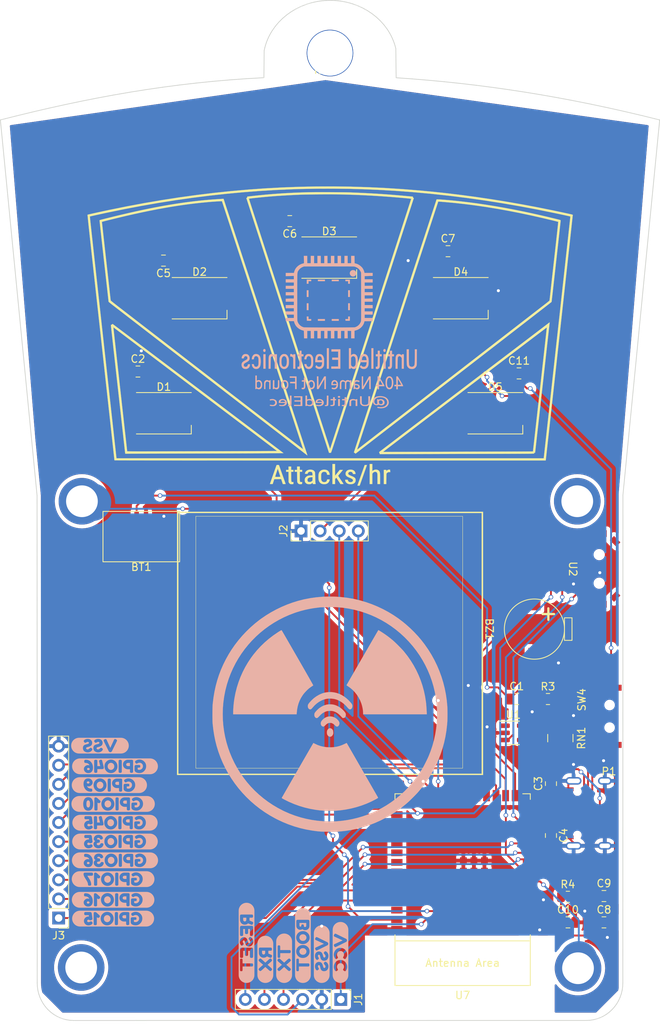
<source format=kicad_pcb>
(kicad_pcb (version 20220331) (generator pcbnew)
  (layers (0 "F.Cu" signal) (31 "B.Cu" signal) (34 "B.Paste" user) (35 "F.Paste" user) (36 "B.SilkS" user "B.Silkscreen") (37 "F.SilkS" user "F.Silkscreen") (38 "B.Mask" user) (39 "F.Mask" user) (44 "Edge.Cuts" user))
  (net 0 "")
  (net 1 "VDDA")
  (net 2 "VSS")
  (net 3 "Buzzer")
  (net 4 "VCC")
  (net 5 "/D+")
  (net 6 "/D-")
  (net 7 "Reset")
  (net 8 "/SK6812")
  (net 9 "Net-(D1-DOUT)")
  (net 10 "Net-(D2-DOUT)")
  (net 11 "Net-(D3-DOUT)")
  (net 12 "Net-(D4-DOUT)")
  (net 13 "Up")
  (net 14 "TX")
  (net 15 "RX")
  (net 16 "1")
  (net 17 "2")
  (net 18 "3")
  (net 19 "6")
  (net 20 "7")
  (net 21 "8")
  (net 26 "Net-(J10-Pin_1)")
  (net 27 "/SCL")
  (net 28 "/SDA")
  (net 29 "Net-(J13-Pin_1)")
  (net 30 "VBUS")
  (net 31 "Net-(P1-CC)")
  (net 33 "Net-(P1-VCONN)")
  (net 35 "Net-(U1-PROG)")
  (net 42 "Down")
  (net 44 "Center")
  (net 49 "9")
  (net 50 "10")
  (net 56 "4")
  (net 57 "5")
  (footprint "Resistor_SMD:R_0805_2012Metric" (layer "F.Cu") (at 162.6 119.3)
    (fp_text reference "R3")
    (fp_text value "2.5k")
  )
  (footprint "DeauthBottom:AFC12-S02DCC-00" (layer "F.Cu") (at 108.5 95.75)
    (fp_text reference "BT1")
    (fp_text value "Battery_Cell")
  )
  (footprint "Capacitor_SMD:C_0805_2012Metric" (layer "F.Cu") (at 165.2625 149)
    (fp_text reference "C10")
    (fp_text value "100nF")
  )
  (footprint "cafebabe:SMD Spacer M2.5" (layer "F.Cu") (at 166.6 93)
    (fp_text reference "J7" hide)
    (fp_text value "Conn_01x01")
  )
  (footprint "LOGO" (layer "F.Cu") (at 138.01 92.13)
    (fp_text reference "G***" hide)
    (fp_text value "LOGO" hide)
  )
  (footprint "Resistor_SMD:R_Array_Convex_4x0603" (layer "F.Cu") (at 164.25 124.5 -90)
    (fp_text reference "RN1")
    (fp_text value "5.1k")
  )
  (footprint "cafebabe:SMD Spacer M2.5" (layer "F.Cu") (at 100.7 93)
    (fp_text reference "J5" hide)
    (fp_text value "Conn_01x01")
  )
  (footprint "LED_SMD:LED_SK6812_PLCC4_5.0x5.0mm_P3.2mm" (layer "F.Cu") (at 116.25 66)
    (fp_text reference "D2")
    (fp_text value "SK6812")
  )
  (footprint "DeauthBottom:TM-2023" (layer "F.Cu") (at 168.42 102 -90)
    (fp_text reference "U2")
    (fp_text value "TM-2023")
  )
  (footprint "Capacitor_SMD:C_0805_2012Metric" (layer "F.Cu") (at 128.25 55.75 180)
    (fp_text reference "C6")
    (fp_text value "100nF")
  )
  (footprint "LED_SMD:LED_SK6812_PLCC4_5.0x5.0mm_P3.2mm" (layer "F.Cu") (at 111.5 81.3)
    (fp_text reference "D1")
    (fp_text value "SK6812")
  )
  (footprint "cafebabe:SMD Spacer M2.5" (layer "F.Cu") (at 166.7 155.1)
    (fp_text reference "J6" hide)
    (fp_text value "Conn_01x01")
  )
  (footprint "Connector_PinHeader_2.54mm:PinHeader_1x10_P2.54mm_Vertical" (layer "F.Cu") (at 97.5 148.425 180)
    (fp_text reference "J3")
    (fp_text value "Conn_01x10")
  )
  (footprint "Capacitor_SMD:C_0805_2012Metric" (layer "F.Cu") (at 149.3 59.75)
    (fp_text reference "C7")
    (fp_text value "100nF")
  )
  (footprint "LED_SMD:LED_SK6812_PLCC4_5.0x5.0mm_P3.2mm" (layer "F.Cu") (at 155.6 81.3)
    (fp_text reference "D5")
    (fp_text value "SK6812")
  )
  (footprint "LOGO" (layer "F.Cu") (at 138.01 92.13)
    (fp_text reference "G***" hide)
    (fp_text value "LOGO" hide)
  )
  (footprint "LOGO" (layer "F.Cu") (at 138.01 92.13)
    (fp_text reference "G***" hide)
    (fp_text value "LOGO" hide)
  )
  (footprint "Package_TO_SOT_SMD:SOT-23-5" (layer "F.Cu") (at 158 123.8)
    (fp_text reference "U1")
    (fp_text value "HX4055M")
  )
  (footprint "LOGO" (layer "F.Cu") (at 138.01 92.13)
    (fp_text reference "G***" hide)
    (fp_text value "LOGO" hide)
  )
  (footprint "Capacitor_SMD:C_0805_2012Metric" (layer "F.Cu") (at 163 137.45 -90)
    (fp_text reference "C4")
    (fp_text value "20pF")
  )
  (footprint "BadgePirates:USB_C_Receptical-Jing" (layer "F.Cu") (at 166.0125 134.5 90)
    (fp_text reference "P1")
    (fp_text value "USB_C_Plug_corrected")
  )
  (footprint "Capacitor_SMD:C_0805_2012Metric" (layer "F.Cu") (at 170.05 149)
    (fp_text reference "C8")
    (fp_text value "22uF")
  )
  (footprint "BreadBoardPwr:SK-3296S_switch" (layer "F.Cu") (at 170.8 121.6 -90)
    (fp_text reference "SW4")
    (fp_text value "SW_SPDT")
  )
  (footprint "LOGO" (layer "F.Cu") (at 138.01 92.13)
    (fp_text reference "G***" hide)
    (fp_text value "LOGO" hide)
  )
  (footprint "Capacitor_SMD:C_0805_2012Metric" (layer "F.Cu") (at 158.45 119.3)
    (fp_text reference "C1")
    (fp_text value "10uF")
  )
  (footprint "Capacitor_SMD:C_0805_2012Metric" (layer "F.Cu") (at 170.05 145.5)
    (fp_text reference "C9")
    (fp_text value "100nF")
  )
  (footprint "Dragos:Oled" (layer "F.Cu") (at 133.5 97)
    (fp_text reference "J2")
    (fp_text value "Oled Display")
  )
  (footprint "Capacitor_SMD:C_0805_2012Metric" (layer "F.Cu") (at 111.45 61 180)
    (fp_text reference "C5")
    (fp_text value "100nF")
  )
  (footprint "LOGO" (layer "F.Cu") (at 138.01 92.13)
    (fp_text reference "G***" hide)
    (fp_text value "LOGO" hide)
  )
  (footprint "LED_SMD:LED_SK6812_PLCC4_5.0x5.0mm_P3.2mm" (layer "F.Cu") (at 133.5 60.6)
    (fp_text reference "D3")
    (fp_text value "SK6812")
  )
  (footprint "Espressif:ESP32-S2-SOLO" (layer "F.Cu") (at 151.25 141.65 180)
    (fp_text reference "U7")
    (fp_text value "ESP32-S2-SOLO")
  )
  (footprint "LED_SMD:LED_SK6812_PLCC4_5.0x5.0mm_P3.2mm" (layer "F.Cu") (at 151 66)
    (fp_text reference "D4")
    (fp_text value "SK6812")
  )
  (footprint "Bsides22:FUET-9032-Buzzer" (layer "F.Cu") (at 160.8 106 -90)
    (fp_text reference "BZ1")
    (fp_text value "Buzzer")
  )
  (footprint "Capacitor_SMD:C_0805_2012Metric" (layer "F.Cu") (at 158.75 76)
    (fp_text reference "C11")
    (fp_text value "100nF")
  )
  (footprint "LOGO" (layer "F.Cu") (at 138.01 92.13)
    (fp_text reference "G***" hide)
    (fp_text value "LOGO" hide)
  )
  (footprint "cafebabe:SMD Spacer M2.5" (layer "F.Cu") (at 100.6 155)
    (fp_text reference "J8" hide)
    (fp_text value "Conn_01x01")
  )
  (footprint "Resistor_SMD:R_0805_2012Metric" (layer "F.Cu") (at 165.25 145.6)
    (fp_text reference "R4")
    (fp_text value "1k")
  )
  (footprint "Connector_PinHeader_2.54mm:PinHeader_1x06_P2.54mm_Vertical" (layer "F.Cu") (at 135.04 159.25 -90)
    (fp_text reference "J1")
    (fp_text value "Program")
  )
  (footprint "Capacitor_SMD:C_0805_2012Metric" (layer "F.Cu") (at 163 130.55 90)
    (fp_text reference "C3")
    (fp_text value "20pF")
  )
  (footprint "Connector_Pin:Pin_D1.0mm_L10.0mm_LooseFit" (layer "F.Cu") (at 133.6 33.4)
    (fp_text reference "REF**")
    (fp_text value "Pin_D1.0mm_L10.0mm_LooseFit")
  )
  (footprint "Capacitor_SMD:C_0805_2012Metric" (layer "F.Cu") (at 108.05 75.75)
    (fp_text reference "C2")
    (fp_text value "100nF")
  )
  (footprint "kibuzzard-629D3AD2" (layer "B.Cu") (at 104.75 143.25 180)
    (fp_text reference "kibuzzard-629D3AD2" hide)
    (fp_text value "G***" hide)
  )
  (footprint "cafebabe:UELogoAbove" (layer "B.Cu") (at 133.729925 69.430024 180)
    (fp_text reference "Ref**" hide)
    (fp_text value "Val**" hide)
  )
  (footprint "kibuzzard-629D3AEB" (layer "B.Cu") (at 105 138.25 180)
    (fp_text reference "kibuzzard-629D3AEB" hide)
    (fp_text value "G***" hide)
  )
  (footprint "Bsides22:CapSense" (layer "B.Cu") (at 102 97.125 180)
    (fp_text reference "J10" hide)
    (fp_text value "Cap Sense")
  )
  (footprint "kibuzzard-629CC9AE" (layer "B.Cu") (at 127.5 153.770334 -90)
    (fp_text reference "kibuzzard-629CC9AE" hide)
    (fp_text value "G***" hide)
  )
  (footprint "kibuzzard-629D3B1D" (layer "B.Cu") (at 104.25 130.75 180)
    (fp_text reference "kibuzzard-629D3B1D" hide)
    (fp_text value "G***" hide)
  )
  (footprint "Bsides22:CapSense" (layer "B.Cu") (at 166.7 158 180)
    (fp_text reference "J13" hide)
    (fp_text value "Cap Sense")
  )
  (footprint "kibuzzard-629D3AC7" (layer "B.Cu") (at 104.75 146 180)
    (fp_text reference "kibuzzard-629D3AC7" hide)
    (fp_text value "G***" hide)
  )
  (footprint "kibuzzard-629D3B0B" (layer "B.Cu") (at 104.75 133.25 180)
    (fp_text reference "kibuzzard-629D3B0B" hide)
    (fp_text value "G***" hide)
  )
  (footprint "kibuzzard-629CC9B7" (layer "B.Cu") (at 125 153.919162 -90)
    (fp_text reference "kibuzzard-629CC9B7" hide)
    (fp_text value "G***" hide)
  )
  (footprint "kibuzzard-629D3ABB" (layer "B.Cu") (at 104.75 148.5 180)
    (fp_text reference "kibuzzard-629D3ABB" hide)
    (fp_text value "G***" hide)
  )
  (footprint "kibuzzard-629D3AE1" (layer "B.Cu") (at 105 140.75 180)
    (fp_text reference "kibuzzard-629D3AE1" hide)
    (fp_text value "G***" hide)
  )
  (footprint "kibuzzard-629CC9A4" (layer "B.Cu") (at 130 152.077265 -90)
    (fp_text reference "kibuzzard-629CC9A4" hide)
    (fp_text value "G***" hide)
  )
  (footprint "kibuzzard-629D3B73" (layer "B.Cu") (at 103 125.5 180)
    (fp_text reference "kibuzzard-629D3B73" hide)
    (fp_text value "G***" hide)
  )
  (footprint "Deauth:wifiRadiation" (layer "B.Cu") (at 133 120 180)
    (fp_text reference "Ref**" hide)
    (fp_text value "Val**" hide)
  )
  (footprint "kibuzzard-629CC972" (layer "B.Cu") (at 132.5 153.222647 -90)
    (fp_text reference "kibuzzard-629CC972" hide)
    (fp_text value "G***" hide)
  )
  (footprint "kibuzzard-629CFC39" (layer "B.Cu") (at 105 128.25 180)
    (fp_text reference "kibuzzard-629CFC39" hide)
    (fp_text value "G***" hide)
  )
  (footprint "kibuzzard-629CC968" (layer "B.Cu") (at 135 153 -90)
    (fp_text reference "kibuzzard-629CC968" hide)
    (fp_text value "G***" hide)
  )
  (footprint "kibuzzard-629CC9C0" (layer "B.Cu") (at 122.5 151.726031 -90)
    (fp_text reference "kibuzzard-629CC9C0" hide)
    (fp_text value "G***" hide)
  )
  (footprint "kibuzzard-629D3AFA" (layer "B.Cu") (at 105 135.75 180)
    (fp_text reference "kibuzzard-629D3AFA" hide)
    (fp_text value "G***" hide)
  )
  (gr_line (start 171.152 160.579) (end 171.474 160.213) (stroke (width 0.1)) (layer "Edge.Cuts"))
  (gr_line (start 96.1962 40.733) (end 94.0496 41.2309) (stroke (width 0.1)) (layer "Edge.Cuts"))
  (gr_line (start 141.7446 31.1234) (end 141.5763 30.808) (stroke (width 0.1)) (layer "Edge.Cuts"))
  (gr_line (start 172.2 158.959) (end 172.358 158.501) (stroke (width 0.1)) (layer "Edge.Cuts"))
  (gr_line (start 148.8153 37.2135) (end 146.6771 37.0124) (stroke (width 0.1)) (layer "Edge.Cuts"))
  (gr_line (start 142.3604 32.8135) (end 142.2686 32.4613) (stroke (width 0.1)) (layer "Edge.Cuts"))
  (gr_line (start 150.9562 37.4397) (end 148.8153 37.2135) (stroke (width 0.1)) (layer "Edge.Cuts"))
  (gr_line (start 142.1608 32.116) (end 142.0372 31.7776) (stroke (width 0.1)) (layer "Edge.Cuts"))
  (gr_line (start 133.887 26.3967) (end 133.4889 26.3945) (stroke (width 0.1)) (layer "Edge.Cuts"))
  (gr_line (start 98.0823 161.832) (end 98.5431 161.951) (stroke (width 0.1)) (layer "Edge.Cuts"))
  (gr_line (start 140.767 29.6324) (end 140.2863 29.1001) (stroke (width 0.1)) (layer "Edge.Cuts"))
  (gr_line (start 109.1473 38.261) (end 106.9709 38.6073) (stroke (width 0.1)) (layer "Edge.Cuts"))
  (gr_line (start 138.5804 27.7553) (end 137.935 27.3988) (stroke (width 0.1)) (layer "Edge.Cuts"))
  (gr_line (start 170.623 40.6857) (end 168.382 40.211) (stroke (width 0.1)) (layer "Edge.Cuts"))
  (gr_line (start 132.3082 26.4824) (end 131.9242 26.5423) (stroke (width 0.1)) (layer "Edge.Cuts"))
  (gr_line (start 125.2595 31.6862) (end 125.1323 32.0211) (stroke (width 0.1)) (layer "Edge.Cuts"))
  (gr_line (start 141.5763 30.808) (end 141.394 30.5009) (stroke (width 0.1)) (layer "Edge.Cuts"))
  (gr_line (start 169.577 161.662) (end 170.006 161.453) (stroke (width 0.1)) (layer "Edge.Cuts"))
  (gr_line (start 141.8984 31.4466) (end 141.7446 31.1234) (stroke (width 0.1)) (layer "Edge.Cuts"))
  (gr_line (start 125.9161 30.4225) (end 125.7307 30.7265) (stroke (width 0.1)) (layer "Edge.Cuts"))
  (gr_line (start 126.789 29.2945) (end 126.3271 29.8403) (stroke (width 0.1)) (layer "Edge.Cuts"))
  (gr_line (start 130.4458 26.9262) (end 129.7472 27.2005) (stroke (width 0.1)) (layer "Edge.Cuts"))
  (gr_line (start 94.63 92.236) (end 94.6501 157.057) (stroke (width 0.1)) (layer "Edge.Cuts"))
  (gr_line (start 135.4389 26.5609) (end 135.0578 26.4972) (stroke (width 0.1)) (layer "Edge.Cuts"))
  (gr_line (start 172.473 158.028) (end 172.541 157.544) (stroke (width 0.1)) (layer "Edge.Cuts"))
  (gr_line (start 113.5364 37.654) (end 111.3352 37.9429) (stroke (width 0.1)) (layer "Edge.Cuts"))
  (gr_line (start 124.8454 33.0658) (end 124.8093 36.6752) (stroke (width 0.1)) (layer "Edge.Cuts"))
  (gr_line (start 122.513 36.8059) (end 120.2394 36.97) (stroke (width 0.1)) (layer "Edge.Cuts"))
  (gr_line (start 89.7493 42.293) (end 94.63 92.236) (stroke (width 0.1)) (layer "Edge.Cuts"))
  (gr_line (start 126.3271 29.8403) (end 125.9161 30.4225) (stroke (width 0.1)) (layer "Edge.Cuts"))
  (gr_line (start 159.5813 38.6045) (end 157.4125 38.2731) (stroke (width 0.1)) (layer "Edge.Cuts"))
  (gr_line (start 177.465 42.2933) (end 175.162 41.7261) (stroke (width 0.1)) (layer "Edge.Cuts"))
  (gr_line (start 136.5487 26.8383) (end 136.1849 26.7317) (stroke (width 0.1)) (layer "Edge.Cuts"))
  (gr_line (start 175.162 41.7261) (end 172.882 41.1906) (stroke (width 0.1)) (layer "Edge.Cuts"))
  (gr_line (start 95.4564 159.824) (end 95.7393 160.218) (stroke (width 0.1)) (layer "Edge.Cuts"))
  (gr_line (start 100.4922 39.8073) (end 98.3432 40.2581) (stroke (width 0.1)) (layer "Edge.Cuts"))
  (gr_line (start 133.4889 26.3945) (end 133.091 26.4082) (stroke (width 0.1)) (layer "Edge.Cuts"))
  (gr_line (start 95.7393 160.218) (end 96.0613 160.584) (stroke (width 0.1)) (layer "Edge.Cuts"))
  (gr_line (start 168.198 162.018) (end 168.67 161.945) (stroke (width 0.1)) (layer "Edge.Cuts"))
  (gr_line (start 117.9867 37.1666) (end 115.7529 37.3949) (stroke (width 0.1)) (layer "Edge.Cuts"))
  (gr_line (start 142.0372 31.7776) (end 141.8984 31.4466) (stroke (width 0.1)) (layer "Edge.Cuts"))
  (gr_line (start 131.1726 26.7059) (end 130.806 26.8092) (stroke (width 0.1)) (layer "Edge.Cuts"))
  (gr_line (start 146.6771 37.0124) (end 144.54 36.8358) (stroke (width 0.1)) (layer "Edge.Cuts"))
  (gr_line (start 125.0205 32.3627) (end 124.9248 32.7111) (stroke (width 0.1)) (layer "Edge.Cuts"))
  (gr_line (start 177.465 42.2935) (end 177.465 42.2935) (stroke (width 0.1)) (layer "Edge.Cuts"))
  (gr_line (start 99.4953 162.047) (end 167.716 162.042) (stroke (width 0.1)) (layer "Edge.Cuts"))
  (gr_line (start 102.6453 39.3813) (end 100.4922 39.8073) (stroke (width 0.1)) (layer "Edge.Cuts"))
  (gr_line (start 132.6973 26.4376) (end 132.3082 26.4824) (stroke (width 0.1)) (layer "Edge.Cuts"))
  (gr_line (start 91.9012 41.7512) (end 89.7493 42.293) (stroke (width 0.1)) (layer "Edge.Cuts"))
  (gr_line (start 137.2566 27.0924) (end 136.5487 26.8383) (stroke (width 0.1)) (layer "Edge.Cuts"))
  (gr_line (start 155.2532 37.9689) (end 153.1018 37.6913) (stroke (width 0.1)) (layer "Edge.Cuts"))
  (gr_line (start 163.953 39.3504) (end 161.761 38.9634) (stroke (width 0.1)) (layer "Edge.Cuts"))
  (gr_line (start 94.0496 41.2309) (end 91.9012 41.7512) (stroke (width 0.1)) (layer "Edge.Cuts"))
  (gr_line (start 166.16 39.7662) (end 163.953 39.3504) (stroke (width 0.1)) (layer "Edge.Cuts"))
  (gr_line (start 172.563 157.052) (end 172.575 92.176) (stroke (width 0.1)) (layer "Edge.Cuts"))
  (gr_line (start 168.67 161.945) (end 169.131 161.826) (stroke (width 0.1)) (layer "Edge.Cuts"))
  (gr_line (start 124.9248 32.7111) (end 124.8454 33.0658) (stroke (width 0.1)) (layer "Edge.Cuts"))
  (gr_line (start 172.882 41.1906) (end 170.623 40.6857) (stroke (width 0.1)) (layer "Edge.Cuts"))
  (gr_line (start 161.761 38.9634) (end 159.5813 38.6045) (stroke (width 0.1)) (layer "Edge.Cuts"))
  (gr_line (start 94.6501 157.057) (end 94.672 157.55) (stroke (width 0.1)) (layer "Edge.Cuts"))
  (gr_line (start 136.1849 26.7317) (end 135.8147 26.6392) (stroke (width 0.1)) (layer "Edge.Cuts"))
  (gr_line (start 125.7307 30.7265) (end 125.5592 31.0387) (stroke (width 0.1)) (layer "Edge.Cuts"))
  (gr_line (start 96.0613 160.584) (end 96.417 160.916) (stroke (width 0.1)) (layer "Edge.Cuts"))
  (gr_line (start 134.2814 26.4148) (end 133.887 26.3967) (stroke (width 0.1)) (layer "Edge.Cuts"))
  (gr_line (start 95.0125 158.965) (end 95.2136 159.405) (stroke (width 0.1)) (layer "Edge.Cuts"))
  (gr_line (start 170.796 160.911) (end 171.152 160.579) (stroke (width 0.1)) (layer "Edge.Cuts"))
  (gr_line (start 131.9242 26.5423) (end 131.5455 26.6169) (stroke (width 0.1)) (layer "Edge.Cuts"))
  (gr_line (start 172 159.4) (end 172.2 158.959) (stroke (width 0.1)) (layer "Edge.Cuts"))
  (gr_line (start 127.8522 28.3225) (end 127.2985 28.7878) (stroke (width 0.1)) (layer "Edge.Cuts"))
  (gr_line (start 172.358 158.501) (end 172.473 158.028) (stroke (width 0.1)) (layer "Edge.Cuts"))
  (gr_line (start 115.7529 37.3949) (end 113.5364 37.654) (stroke (width 0.1)) (layer "Edge.Cuts"))
  (gr_line (start 144.54 36.8358) (end 142.4026 36.6833) (stroke (width 0.1)) (layer "Edge.Cuts"))
  (gr_line (start 170.413 161.203) (end 170.796 160.911) (stroke (width 0.1)) (layer "Edge.Cuts"))
  (gr_line (start 177.465 42.2935) (end 177.465 42.2933) (stroke (width 0.1)) (layer "Edge.Cuts"))
  (gr_line (start 167.716 162.042) (end 168.198 162.018) (stroke (width 0.1)) (layer "Edge.Cuts"))
  (gr_line (start 135.8147 26.6392) (end 135.4389 26.5609) (stroke (width 0.1)) (layer "Edge.Cuts"))
  (gr_line (start 111.3352 37.9429) (end 109.1473 38.261) (stroke (width 0.1)) (layer "Edge.Cuts"))
  (gr_line (start 125.5592 31.0387) (end 125.402 31.3586) (stroke (width 0.1)) (layer "Edge.Cuts"))
  (gr_line (start 141.394 30.5009) (end 141.1981 30.2024) (stroke (width 0.1)) (layer "Edge.Cuts"))
  (gr_line (start 169.131 161.826) (end 169.577 161.662) (stroke (width 0.1)) (layer "Edge.Cuts"))
  (gr_line (start 104.8043 38.981) (end 102.6453 39.3813) (stroke (width 0.1)) (layer "Edge.Cuts"))
  (gr_line (start 140.2863 29.1001) (end 139.7594 28.6083) (stroke (width 0.1)) (layer "Edge.Cuts"))
  (gr_line (start 97.2076 161.459) (end 97.636 161.667) (stroke (width 0.1)) (layer "Edge.Cuts"))
  (gr_line (start 124.8093 36.6752) (end 122.513 36.8059) (stroke (width 0.1)) (layer "Edge.Cuts"))
  (gr_line (start 134.6718 26.4484) (end 134.2814 26.4148) (stroke (width 0.1)) (layer "Edge.Cuts"))
  (gr_line (start 96.8002 161.208) (end 97.2076 161.459) (stroke (width 0.1)) (layer "Edge.Cuts"))
  (gr_line (start 128.4471 27.9011) (end 127.8522 28.3225) (stroke (width 0.1)) (layer "Edge.Cuts"))
  (gr_line (start 129.0798 27.5264) (end 128.4471 27.9011) (stroke (width 0.1)) (layer "Edge.Cuts"))
  (gr_line (start 99.0153 162.023) (end 99.4953 162.047) (stroke (width 0.1)) (layer "Edge.Cuts"))
  (gr_line (start 96.417 160.916) (end 96.8002 161.208) (stroke (width 0.1)) (layer "Edge.Cuts"))
  (gr_line (start 142.2686 32.4613) (end 142.1608 32.116) (stroke (width 0.1)) (layer "Edge.Cuts"))
  (gr_line (start 139.1897 28.1592) (end 138.5804 27.7553) (stroke (width 0.1)) (layer "Edge.Cuts"))
  (gr_line (start 133.091 26.4082) (end 132.6973 26.4376) (stroke (width 0.1)) (layer "Edge.Cuts"))
  (gr_line (start 98.3432 40.2581) (end 96.1962 40.733) (stroke (width 0.1)) (layer "Edge.Cuts"))
  (gr_line (start 120.2394 36.97) (end 117.9867 37.1666) (stroke (width 0.1)) (layer "Edge.Cuts"))
  (gr_line (start 172.575 92.176) (end 177.465 42.2935) (stroke (width 0.1)) (layer "Edge.Cuts"))
  (gr_line (start 130.806 26.8092) (end 130.4458 26.9262) (stroke (width 0.1)) (layer "Edge.Cuts"))
  (gr_line (start 125.1323 32.0211) (end 125.0205 32.3627) (stroke (width 0.1)) (layer "Edge.Cuts"))
  (gr_line (start 141.1981 30.2024) (end 140.767 29.6324) (stroke (width 0.1)) (layer "Edge.Cuts"))
  (gr_line (start 170.006 161.453) (end 170.413 161.203) (stroke (width 0.1)) (layer "Edge.Cuts"))
  (gr_line (start 127.2985 28.7878) (end 126.789 29.2945) (stroke (width 0.1)) (layer "Edge.Cuts"))
  (gr_line (start 171.474 160.213) (end 171.757 159.818) (stroke (width 0.1)) (layer "Edge.Cuts"))
  (gr_line (start 135.0578 26.4972) (end 134.6718 26.4484) (stroke (width 0.1)) (layer "Edge.Cuts"))
  (gr_line (start 94.672 157.55) (end 94.7404 158.034) (stroke (width 0.1)) (layer "Edge.Cuts"))
  (gr_line (start 157.4125 38.2731) (end 155.2532 37.9689) (stroke (width 0.1)) (layer "Edge.Cuts"))
  (gr_line (start 137.935 27.3988) (end 137.2566 27.0924) (stroke (width 0.1)) (layer "Edge.Cuts"))
  (gr_line (start 131.5455 26.6169) (end 131.1726 26.7059) (stroke (width 0.1)) (layer "Edge.Cuts"))
  (gr_line (start 106.9709 38.6073) (end 104.8043 38.981) (stroke (width 0.1)) (layer "Edge.Cuts"))
  (gr_line (start 97.636 161.667) (end 98.0823 161.832) (stroke (width 0.1)) (layer "Edge.Cuts"))
  (gr_line (start 125.402 31.3586) (end 125.2595 31.6862) (stroke (width 0.1)) (layer "Edge.Cuts"))
  (gr_line (start 153.1018 37.6913) (end 150.9562 37.4397) (stroke (width 0.1)) (layer "Edge.Cuts"))
  (gr_line (start 142.4026 36.6833) (end 142.3604 32.8135) (stroke (width 0.1)) (layer "Edge.Cuts"))
  (gr_line (start 94.7404 158.034) (end 94.8543 158.507) (stroke (width 0.1)) (layer "Edge.Cuts"))
  (gr_line (start 129.7472 27.2005) (end 129.0798 27.5264) (stroke (width 0.1)) (layer "Edge.Cuts"))
  (gr_line (start 94.8543 158.507) (end 95.0125 158.965) (stroke (width 0.1)) (layer "Edge.Cuts"))
  (gr_line (start 172.541 157.544) (end 172.563 157.052) (stroke (width 0.1)) (layer "Edge.Cuts"))
  (gr_line (start 171.757 159.818) (end 172 159.4) (stroke (width 0.1)) (layer "Edge.Cuts"))
  (gr_line (start 168.382 40.211) (end 166.16 39.7662) (stroke (width 0.1)) (layer "Edge.Cuts"))
  (gr_line (start 95.2136 159.405) (end 95.4564 159.824) (stroke (width 0.1)) (layer "Edge.Cuts"))
  (gr_line (start 98.5431 161.951) (end 99.0153 162.023) (stroke (width 0.1)) (layer "Edge.Cuts"))
  (gr_line (start 139.7594 28.6083) (end 139.1897 28.1592) (stroke (width 0.1)) (layer "Edge.Cuts"))
  (segment (start 157.246072 124.75) (end 158 123.996072) (width 0.25) (layer "F.Cu") (net 1))
  (segment (start 159.3 117.5) (end 165.75 117.5) (width 0.25) (layer "F.Cu") (net 1))
  (segment (start 107.875 95.075) (end 107.875 93.625) (width 0.25) (layer "F.Cu") (net 1))
  (segment (start 107.875 93.625) (end 109 92.5) (width 0.25) (layer "F.Cu") (net 1))
  (segment (start 165.75 117.5) (end 167.6 119.35) (width 0.25) (layer "F.Cu") (net 1))
  (segment (start 109 92.5) (end 109.25 92.25) (width 0.25) (layer "F.Cu") (net 1))
  (segment (start 167.6 119.35) (end 168.675 119.35) (width 0.25) (layer "F.Cu") (net 1))
  (segment (start 158 119.8) (end 157.5 119.3) (width 0.25) (layer "F.Cu") (net 1))
  (segment (start 154.5 117.75) (end 155.95 117.75) (width 0.25) (layer "F.Cu") (net 1))
  (segment (start 109.25 92.25) (end 111 92.25) (width 0.25) (layer "F.Cu") (net 1))
  (segment (start 158 123.996072) (end 158 119.8) (width 0.25) (layer "F.Cu") (net 1))
  (segment (start 156.8625 124.75) (end 157.246072 124.75) (width 0.25) (layer "F.Cu") (net 1))
  (segment (start 157.5 119.3) (end 159.3 117.5) (width 0.25) (layer "F.Cu") (net 1))
  (segment (start 155.95 117.75) (end 157.5 119.3) (width 0.25) (layer "F.Cu") (net 1))
  (via (at 154.5 117.75) (size 0.6) (drill 0.4) (layers "F.Cu" "B.Cu") (net 1))
  (via (at 111 92.25) (size 0.6) (drill 0.4) (layers "F.Cu" "B.Cu") (net 1))
  (segment (start 154.5 117.75) (end 154.5 107.25) (width 0.25) (layer "B.Cu") (net 1))
  (segment (start 139.5 92.25) (end 111 92.25) (width 0.25) (layer "B.Cu") (net 1))
  (segment (start 154.5 107.25) (end 139.5 92.25) (width 0.25) (layer "B.Cu") (net 1))
  (segment (start 165.3125 131.025) (end 165.3125 130.775) (width 0.25) (layer "F.Cu") (net 2))
  (segment (start 165.3125 130.48) (end 166.0125 129.78) (width 0.25) (layer "F.Cu") (net 2))
  (segment (start 165.3125 130.775) (end 165.3125 130.48) (width 0.25) (layer "F.Cu") (net 2))
  (segment (start 165.3125 137.72) (end 166.0125 138.42) (width 0.25) (layer "F.Cu") (net 2))
  (via (at 161.5 150) (size 0.6) (drill 0.4) (layers "F.Cu" "B.Cu") (net 2))
  (via (at 167.5 147.5) (size 0.6) (drill 0.4) (layers "F.Cu" "B.Cu") (net 2))
  (via (at 156 65) (size 0.6) (drill 0.4) (layers "F.Cu" "B.Cu") (net 2))
  (via (at 108.5 73) (size 0.6) (drill 0.4) (layers "F.Cu" "B.Cu") (net 2))
  (via (at 169.5 102.5) (size 0.6) (drill 0.4) (layers "F.Cu" "B.Cu") (net 2))
  (via (at 170.5 151) (size 0.6) (drill 0.4) (layers "F.Cu" "B.Cu") (net 2))
  (via (at 162 146) (size 0.6) (drill 0.4) (layers "F.Cu" "B.Cu") (net 2))
  (via (at 170 127.5) (size 0.6) (drill 0.4) (layers "F.Cu" "B.Cu") (net 2))
  (via (at 160.5 121) (size 0.6) (drill 0.4) (layers "F.Cu" "B.Cu") (net 2))
  (via (at 111.5 95) (size 0.6) (drill 0.4) (layers "F.Cu" "B.Cu") (net 2))
  (via (at 154.5 123) (size 0.6) (drill 0.4) (layers "F.Cu" "B.Cu") (net 2))
  (via (at 166 121.5) (size 0.6) (drill 0.4) (layers "F.Cu" "B.Cu") (net 2))
  (via (at 144 61) (size 0.6) (drill 0.4) (layers "F.Cu" "B.Cu") (net 2))
  (via (at 152 117.5) (size 0.6) (drill 0.4) (layers "F.Cu" "B.Cu") (net 2))
  (via (at 132.5 149.5) (size 0.6) (drill 0.4) (layers "F.Cu" "B.Cu") (net 2))
  (via (at 166 128) (size 0.6) (drill 0.4) (layers "F.Cu" "B.Cu") (net 2))
  (via (at 166 104) (size 0.6) (drill 0.4) (layers "F.Cu" "B.Cu") (net 2))
  (via (at 164 114.5) (size 0.6) (drill 0.4) (layers "F.Cu" "B.Cu") (net 2))
  (segment (start 148.075 119.425) (end 148 119.5) (width 0.25) (layer "F.Cu") (net 3))
  (segment (start 160.8 106) (end 148.075 118.725) (width 0.25) (layer "F.Cu") (net 3))
  (segment (start 148 132.075) (end 148.075 132.15) (width 0.25) (layer "F.Cu") (net 3))
  (segment (start 148.075 118.725) (end 148.075 119.425) (width 0.25) (layer "F.Cu") (net 3))
  (segment (start 148 130.25) (end 148 132.075) (width 0.25) (layer "F.Cu") (net 3))
  (via (at 148 130.25) (size 0.6) (drill 0.4) (layers "F.Cu" "B.Cu") (net 3))
  (via (at 148 119.5) (size 0.6) (drill 0.4) (layers "F.Cu" "B.Cu") (net 3))
  (segment (start 148 119.5) (end 148 130.25) (width 0.25) (layer "B.Cu") (net 3))
  (segment (start 171.5 143.1) (end 169.1 145.5) (width 0.25) (layer "F.Cu") (net 4))
  (segment (start 169.1 149) (end 169.1 149.15) (width 0.25) (layer "F.Cu") (net 4))
  (segment (start 167.5 150.75) (end 163.75 150.75) (width 0.25) (layer "F.Cu") (net 4))
  (segment (start 107 77.65) (end 109.05 79.7) (width 0.25) (layer "F.Cu") (net 4))
  (segment (start 129.2 55.75) (end 123.95 61) (width 0.25) (layer "F.Cu") (net 4))
  (segment (start 169.1 145.5) (end 169.1 149) (width 0.25) (layer "F.Cu") (net 4))
  (segment (start 169.1 149.15) (end 167.5 150.75) (width 0.25) (layer "F.Cu") (net 4))
  (segment (start 168.675 122.14105) (end 171.175489 124.641539) (width 0.25) (layer "F.Cu") (net 4))
  (segment (start 107.1 75.75) (end 107 75.85) (width 0.25) (layer "F.Cu") (net 4))
  (segment (start 171.5 129.551453) (end 171.5 143.1) (width 0.25) (layer "F.Cu") (net 4))
  (segment (start 156.85 76) (end 153.15 79.7) (width 0.25) (layer "F.Cu") (net 4))
  (segment (start 171.175489 124.641539) (end 171.175489 129.226942) (width 0.25) (layer "F.Cu") (net 4))
  (segment (start 148.55 60.3) (end 146 57.75) (width 0.25) (layer "F.Cu") (net 4))
  (segment (start 157.8 63.8) (end 156.5 62.5) (width 0.25) (layer "F.Cu") (net 4))
  (segment (start 156.5 62.5) (end 150.45 62.5) (width 0.25) (layer "F.Cu") (net 4))
  (segment (start 148.55 64.4) (end 148.55 60.3) (width 0.25) (layer "F.Cu") (net 4))
  (segment (start 107 75.85) (end 107 77.65) (width 0.25) (layer "F.Cu") (net 4))
  (segment (start 113.8 62.4) (end 113.8 64.4) (width 0.25) (layer "F.Cu") (net 4))
  (segment (start 171.175489 129.226942) (end 171.5 129.551453) (width 0.25) (layer "F.Cu") (net 4))
  (segment (start 168.675 120.85) (end 168.675 122.14105) (width 0.25) (layer "F.Cu") (net 4))
  (segment (start 149.54 79.7) (end 153.15 79.7) (width 0.25) (layer "F.Cu") (net 4))
  (segment (start 157.8 76) (end 157.8 63.8) (width 0.25) (layer "F.Cu") (net 4))
  (segment (start 146.36 148.64) (end 145.75 149.25) (width 0.25) (layer "F.Cu") (net 4))
  (segment (start 160 148.64) (end 146.36 148.64) (width 0.25) (layer "F.Cu") (net 4))
  (segment (start 146 57.75) (end 132.3 57.75) (width 0.25) (layer "F.Cu") (net 4))
  (segment (start 169.1 145.5) (end 166.2625 145.5) (width 0.25) (layer "F.Cu") (net 4))
  (segment (start 163.75 150.75) (end 161.64 148.64) (width 0.25) (layer "F.Cu") (net 4))
  (segment (start 159.8 78) (end 157.8 76) (width 0.25) (layer "F.Cu") (net 4))
  (segment (start 150.45 62.5) (end 148.55 64.4) (width 0.25) (layer "F.Cu") (net 4))
  (segment (start 168.88395 120.85) (end 171 118.73395) (width 0.25) (layer "F.Cu") (net 4))
  (segment (start 131.05 57.6) (end 129.2 55.75) (width 0.25) (layer "F.Cu") (net 4))
  (segment (start 113.8 64.4) (end 107.1 71.1) (width 0.25) (layer "F.Cu") (net 4))
  (segment (start 123.95 61) (end 112.4 61) (width 0.25) (layer "F.Cu") (net 4))
  (segment (start 157.8 76) (end 156.85 76) (width 0.25) (layer "F.Cu") (net 4))
  (segment (start 168.675 120.85) (end 168.88395 120.85) (width 0.25) (layer "F.Cu") (net 4))
  (segment (start 107.1 71.1) (end 107.1 75.75) (width 0.25) (layer "F.Cu") (net 4))
  (segment (start 171 118.73395) (end 171 112.5) (width 0.25) (layer "F.Cu") (net 4))
  (segment (start 132.29 96.95) (end 149.54 79.7) (width 0.25) (layer "F.Cu") (net 4))
  (segment (start 112.4 61) (end 113.8 62.4) (width 0.25) (layer "F.Cu") (net 4))
  (segment (start 132.3 57.75) (end 131.05 59) (width 0.25) (layer "F.Cu") (net 4))
  (segment (start 160.25 78) (end 159.8 78) (width 0.25) (layer "F.Cu") (net 4))
  (segment (start 161.64 148.64) (end 160 148.64) (width 0.25) (layer "F.Cu") (net 4))
  (segment (start 166.2625 145.5) (end 166.1625 145.6) (width 0.25) (layer "F.Cu") (net 4))
  (segment (start 131.05 59) (end 131.05 57.6) (width 0.25) (layer "F.Cu") (net 4))
  (via (at 160.25 78) (size 0.6) (drill 0.4) (layers "F.Cu" "B.Cu") (net 4))
  (via (at 171 112.5) (size 0.6) (drill 0.4) (layers "F.Cu" "B.Cu") (net 4))
  (via (at 145.75 149.25) (size 0.6) (drill 0.4) (layers "F.Cu" "B.Cu") (net 4))
  (segment (start 171 112.5) (end 171 88.75) (width 0.25) (layer "B.Cu") (net 4))
  (segment (start 145.75 149.25) (end 139.25 149.25) (width 0.25) (layer "B.Cu") (net 4))
  (segment (start 139.25 149.25) (end 135.04 153.46) (width 0.25) (layer "B.Cu") (net 4))
  (segment (start 135.04 153.46) (end 135.04 159.25) (width 0.25) (layer "B.Cu") (net 4))
  (segment (start 171 88.75) (end 160.25 78) (width 0.25) (layer "B.Cu") (net 4))
  (segment (start 166.312011 133.812011) (end 166.174511 133.674511) (width 0.2) (layer "F.Cu") (net 5))
  (segment (start 164.1412 133.75) (end 164 133.6088) (width 0.2) (layer "F.Cu") (net 5))
  (segment (start 163 131.5) (end 163 133.5) (width 0.7) (layer "F.Cu") (net 5))
  (segment (start 166.312011 133.825489) (end 166.312011 133.812011) (width 0.2) (layer "F.Cu") (net 5))
  (segment (start 163.1088 133.6088) (end 164 133.6088) (width 0.7) (layer "F.Cu") (net 5))
  (segment (start 165.3125 133.75) (end 164.1412 133.75) (width 0.2) (layer "F.Cu") (net 5))
  (segment (start 161.125001 133.4) (end 161.333801 133.6088) (width 0.7) (layer "F.Cu") (net 5))
  (segment (start 166.5 134.013478) (end 166.312011 133.825489) (width 0.2) (layer "F.Cu") (net 5))
  (segment (start 163 133.5) (end 163.1088 133.6088) (width 0.7) (layer "F.Cu") (net 5))
  (segment (start 165.3125 134.75) (end 166.25 134.75) (width 0.2) (layer "F.Cu") (net 5))
  (segment (start 160 133.4) (end 161.125001 133.4) (width 0.7) (layer "F.Cu") (net 5))
  (segment (start 166.5 134.5) (end 166.5 134.013478) (width 0.2) (layer "F.Cu") (net 5))
  (segment (start 161.333801 133.6088) (end 163.1088 133.6088) (width 0.7) (layer "F.Cu") (net 5))
  (segment (start 165.387989 133.674511) (end 165.3125 133.75) (width 0.2) (layer "F.Cu") (net 5))
  (segment (start 166.174511 133.674511) (end 165.387989 133.674511) (width 0.2) (layer "F.Cu") (net 5))
  (segment (start 166.25 134.75) (end 166.5 134.5) (width 0.2) (layer "F.Cu") (net 5))
  (segment (start 160 134.67) (end 161.125001 134.67) (width 0.7) (layer "F.Cu") (net 6))
  (segment (start 165.3125 134.25) (end 164.2112 134.25) (width 0.2) (layer "F.Cu") (net 6))
  (segment (start 164.388478 135.25) (end 164 134.861522) (width 0.2) (layer "F.Cu") (net 6))
  (segment (start 161.125001 134.67) (end 161.333801 134.4612) (width 0.7) (layer "F.Cu") (net 6))
  (segment (start 165.3125 135.25) (end 164.388478 135.25) (width 0.2) (layer "F.Cu") (net 6))
  (segment (start 163 134.5) (end 162.9612 134.4612) (width 0.7) (layer "F.Cu") (net 6))
  (segment (start 163 136.5) (end 163 134.5) (width 0.7) (layer "F.Cu") (net 6))
  (segment (start 161.333801 134.4612) (end 162.9612 134.4612) (width 0.7) (layer "F.Cu") (net 6))
  (segment (start 164.2112 134.25) (end 164 134.4612) (width 0.2) (layer "F.Cu") (net 6))
  (segment (start 164 134.861522) (end 164 134.4612) (width 0.2) (layer "F.Cu") (net 6))
  (segment (start 162.9612 134.4612) (end 164 134.4612) (width 0.7) (layer "F.Cu") (net 6))
  (segment (start 159.87 147.5) (end 160 147.37) (width 0.25) (layer "F.Cu") (net 7))
  (segment (start 164.3375 148.975) (end 164.3125 149) (width 0.25) (layer "F.Cu") (net 7))
  (segment (start 146.5 147.5) (end 159.87 147.5) (width 0.25) (layer "F.Cu") (net 7))
  (segment (start 162.6825 147.37) (end 160 147.37) (width 0.25) (layer "F.Cu") (net 7))
  (segment (start 164.3375 145.6) (end 164.3375 148.975) (width 0.25) (layer "F.Cu") (net 7))
  (segment (start 164.3125 149) (end 162.6825 147.37) (width 0.25) (layer "F.Cu") (net 7))
  (via (at 146.5 147.5) (size 0.6) (drill 0.4) (layers "F.Cu" "B.Cu") (net 7))
  (segment (start 122.34 152.41) (end 122.34 159.25) (width 0.25) (layer "B.Cu") (net 7))
  (segment (start 146.5 147.5) (end 127.25 147.5) (width 0.25) (layer "B.Cu") (net 7))
  (segment (start 127.25 147.5) (end 122.34 152.41) (width 0.25) (layer "B.Cu") (net 7))
  (segment (start 126.5 97) (end 133.5 104) (width 0.25) (layer "F.Cu") (net 8))
  (segment (start 135.5 140) (end 134 138.5) (width 0.25) (layer "F.Cu") (net 8))
  (segment (start 133.5 104) (end 133.5 104.5) (width 0.25) (layer "F.Cu") (net 8))
  (segment (start 126.5 92.25) (end 126.5 97) (width 0.25) (layer "F.Cu") (net 8))
  (segment (start 137.7645 148.64) (end 136 146.8755) (width 0.25) (layer "F.Cu") (net 8))
  (segment (start 134 138.5) (end 134 137.5) (width 0.25) (layer "F.Cu") (net 8))
  (segment (start 142.5 148.64) (end 137.7645 148.64) (width 0.25) (layer "F.Cu") (net 8))
  (segment (start 113.95 79.7) (end 126.5 92.25) (width 0.25) (layer "F.Cu") (net 8))
  (via (at 135.5 140) (size 0.6) (drill 0.4) (layers "F.Cu" "B.Cu") (net 8))
  (via (at 134 137.5) (size 0.6) (drill 0.4) (layers "F.Cu" "B.Cu") (net 8))
  (via (at 136 146.8755) (size 0.6) (drill 0.4) (layers "F.Cu" "B.Cu") (net 8))
  (via (at 133.5 104.5) (size 0.6) (drill 0.4) (layers "F.Cu" "B.Cu") (net 8))
  (segment (start 136 146.8755) (end 136 140.5) (width 0.25) (layer "B.Cu") (net 8))
  (segment (start 136 140.5) (end 135.5 140) (width 0.25) (layer "B.Cu") (net 8))
  (segment (start 133.5 137) (end 134 137.5) (width 0.25) (layer "B.Cu") (net 8))
  (segment (start 133.5 104.5) (end 133.5 137) (width 0.25) (layer "B.Cu") (net 8))
  (segment (start 109.05 82.9) (end 110.124511 81.825489) (width 0.25) (layer "F.Cu") (net 9))
  (segment (start 116.6 66.5) (end 118.7 64.4) (width 0.25) (layer "F.Cu") (net 9))
  (segment (start 110.124511 68.875489) (end 112.5 66.5) (width 0.25) (layer "F.Cu") (net 9))
  (segment (start 110.124511 81.825489) (end 110.124511 68.875489) (width 0.25) (layer "F.Cu") (net 9))
  (segment (start 112.5 66.5) (end 116.6 66.5) (width 0.25) (layer "F.Cu") (net 9))
  (segment (start 124.5 65.5) (end 129.5 60.5) (width 0.25) (layer "F.Cu") (net 10))
  (segment (start 132.5 60.5) (end 134 59) (width 0.25) (layer "F.Cu") (net 10))
  (segment (start 118.900978 65.5) (end 124.5 65.5) (width 0.25) (layer "F.Cu") (net 10))
  (segment (start 134 59) (end 135.95 59) (width 0.25) (layer "F.Cu") (net 10))
  (segment (start 116.800978 67.6) (end 118.900978 65.5) (width 0.25) (layer "F.Cu") (net 10))
  (segment (start 129.5 60.5) (end 132.5 60.5) (width 0.25) (layer "F.Cu") (net 10))
  (segment (start 113.8 67.6) (end 116.800978 67.6) (width 0.25) (layer "F.Cu") (net 10))
  (segment (start 151.85 66) (end 153.45 64.4) (width 0.25) (layer "F.Cu") (net 11))
  (segment (start 134.85 66) (end 151.85 66) (width 0.25) (layer "F.Cu") (net 11))
  (segment (start 131.05 62.2) (end 134.85 66) (width 0.25) (layer "F.Cu") (net 11))
  (segment (start 148.55 70.55) (end 154.5 76.5) (width 0.25) (layer "F.Cu") (net 12))
  (segment (start 148.55 67.6) (end 148.55 70.55) (width 0.25) (layer "F.Cu") (net 12))
  (segment (start 156.5 79) (end 157.35 79) (width 0.25) (layer "F.Cu") (net 12))
  (segment (start 157.35 79) (end 158.05 79.7) (width 0.25) (layer "F.Cu") (net 12))
  (via (at 156.5 79) (size 0.6) (drill 0.4) (layers "F.Cu" "B.Cu") (net 12))
  (via (at 154.5 76.5) (size 0.6) (drill 0.4) (layers "F.Cu" "B.Cu") (net 12))
  (segment (start 154.5 77) (end 156.5 79) (width 0.25) (layer "B.Cu") (net 12))
  (segment (start 154.5 76.5) (end 154.5 77) (width 0.25) (layer "B.Cu") (net 12))
  (segment (start 144.15 133.4) (end 143.85 133.4) (width 0.25) (layer "F.Cu") (net 13))
  (segment (start 145.25 134.5) (end 144.15 133.4) (width 0.25) (layer "F.Cu") (net 13))
  (segment (start 163 103) (end 163 105.75) (width 0.25) (layer "F.Cu") (net 13))
  (segment (start 167 99) (end 163.5 102.5) (width 0.25) (layer "F.Cu") (net 13))
  (segment (start 163.5 102.5) (end 163 103) (width 0.25) (layer "F.Cu") (net 13))
  (segment (start 167.47 99) (end 167 99) (width 0.25) (layer "F.Cu") (net 13))
  (segment (start 142.5 133.4) (end 143.85 133.4) (width 0.25) (layer "F.Cu") (net 13))
  (via (at 145.25 134.5) (size 0.6) (drill 0.4) (layers "F.Cu" "B.Cu") (net 13))
  (via (at 163 105.75) (size 0.6) (drill 0.4) (layers "F.Cu" "B.Cu") (net 13))
  (segment (start 163 105.75) (end 156.25 112.5) (width 0.25) (layer "B.Cu") (net 13))
  (segment (start 156.25 131) (end 152.75 134.5) (width 0.25) (layer "B.Cu") (net 13))
  (segment (start 120.5 160.25) (end 120.5 153.614283) (width 0.25) (layer "B.Cu") (net 13))
  (segment (start 152.75 134.5) (end 145.25 134.5) (width 0.25) (layer "B.Cu") (net 13))
  (segment (start 120.5 153.614283) (end 139.614283 134.5) (width 0.25) (layer "B.Cu") (net 13))
  (segment (start 139.614283 134.5) (end 145.25 134.5) (width 0.25) (layer "B.Cu") (net 13))
  (segment (start 127.96 161.25) (end 121.5 161.25) (width 0.25) (layer "B.Cu") (net 13))
  (segment (start 121.5 161.25) (end 120.5 160.25) (width 0.25) (layer "B.Cu") (net 13))
  (segment (start 156.25 112.5) (end 156.25 131) (width 0.25) (layer "B.Cu") (net 13))
  (segment (start 129.96 159.25) (end 127.96 161.25) (width 0.25) (layer "B.Cu") (net 13))
  (segment (start 132.15 146.1) (end 142.5 146.1) (width 0.25) (layer "F.Cu") (net 14))
  (segment (start 127.42 159.25) (end 127.42 150.83) (width 0.25) (layer "F.Cu") (net 14))
  (segment (start 127.42 150.83) (end 132.15 146.1) (width 0.25) (layer "F.Cu") (net 14))
  (segment (start 132.25 144.75) (end 142.42 144.75) (width 0.25) (layer "F.Cu") (net 15))
  (segment (start 124.88 159.25) (end 124.88 152.12) (width 0.25) (layer "F.Cu") (net 15))
  (segment (start 124.88 152.12) (end 132.25 144.75) (width 0.25) (layer "F.Cu") (net 15))
  (segment (start 142.42 144.75) (end 142.5 144.83) (width 0.25) (layer "F.Cu") (net 15))
  (segment (start 97.5 148.425) (end 125.075 148.425) (width 0.25) (layer "F.Cu") (net 16))
  (segment (start 158.632078 140.617922) (end 159.597922 140.617922) (width 0.25) (layer "F.Cu") (net 16))
  (segment (start 129.25596 144.24404) (end 135.25596 144.24404) (width 0.25) (layer "F.Cu") (net 16))
  (segment (start 129 144.5) (end 129.25596 144.24404) (width 0.25) (layer "F.Cu") (net 16))
  (segment (start 135.25596 144.24404) (end 138.25 141.25) (width 0.25) (layer "F.Cu") (net 16))
  (segment (start 125.075 148.425) (end 129 144.5) (width 0.25) (layer "F.Cu") (net 16))
  (segment (start 159.597922 140.617922) (end 160 141.02) (width 0.25) (layer "F.Cu") (net 16))
  (via (at 158.632078 140.617922) (size 0.6) (drill 0.4) (layers "F.Cu" "B.Cu") (net 16))
  (via (at 138.25 141.25) (size 0.6) (drill 0.4) (layers "F.Cu" "B.Cu") (net 16))
  (segment (start 138.25 141.25) (end 158 141.25) (width 0.25) (layer "B.Cu") (net 16))
  (segment (start 158 141.25) (end 158.632078 140.617922) (width 0.25) (layer "B.Cu") (net 16))
  (segment (start 158.25 139.75) (end 160 139.75) (width 0.25) (layer "F.Cu") (net 17))
  (segment (start 126.5 144.5) (end 127.20548 143.79452) (width 0.25) (layer "F.Cu") (net 17))
  (segment (start 127.20548 143.79452) (end 134.45548 143.79452) (width 0.25) (layer "F.Cu") (net 17))
  (segment (start 97.5 145.885) (end 125.115 145.885) (width 0.25) (layer "F.Cu") (net 17))
  (segment (start 134.45548 143.79452) (end 138.25 140) (width 0.25) (layer "F.Cu") (net 17))
  (segment (start 125.115 145.885) (end 126.5 144.5) (width 0.25) (layer "F.Cu") (net 17))
  (via (at 138.25 140) (size 0.6) (drill 0.4) (layers "F.Cu" "B.Cu") (net 17))
  (via (at 158.25 139.75) (size 0.6) (drill 0.4) (layers "F.Cu" "B.Cu") (net 17))
  (segment (start 138.25 140) (end 158 140) (width 0.25) (layer "B.Cu") (net 17))
  (segment (start 158 140) (end 158.25 139.75) (width 0.25) (layer "B.Cu") (net 17))
  (segment (start 97.5 143.345) (end 133.655 143.345) (width 0.25) (layer "F.Cu") (net 18))
  (segment (start 157.75 138.5) (end 159.98 138.5) (width 0.25) (layer "F.Cu") (net 18))
  (segment (start 133.655 143.345) (end 138 139) (width 0.25) (layer "F.Cu") (net 18))
  (segment (start 159.98 138.5) (end 160 138.48) (width 0.25) (layer "F.Cu") (net 18))
  (via (at 138 139) (size 0.6) (drill 0.4) (layers "F.Cu" "B.Cu") (net 18))
  (via (at 157.75 138.5) (size 0.6) (drill 0.4) (layers "F.Cu" "B.Cu") (net 18))
  (segment (start 157.25 139) (end 157.75 138.5) (width 0.25) (layer "B.Cu") (net 18))
  (segment (start 138 139) (end 157.25 139) (width 0.25) (layer "B.Cu") (net 18))
  (segment (start 156.965 129.965) (end 155 128) (width 0.25) (layer "F.Cu") (net 19))
  (segment (start 156.965 132.15) (end 156.965 129.965) (width 0.25) (layer "F.Cu") (net 19))
  (segment (start 97.605 128) (end 97.5 128.105) (width 0.25) (layer "F.Cu") (net 19))
  (segment (start 155 128) (end 97.605 128) (width 0.25) (layer "F.Cu") (net 19))
  (segment (start 154.425 132.15) (end 154.5 132.075) (width 0.25) (layer "F.Cu") (net 20))
  (segment (start 154.5 131) (end 153 129.5) (width 0.25) (layer "F.Cu") (net 20))
  (segment (start 101.8425 129.5) (end 98.1575 133.185) (width 0.25) (layer "F.Cu") (net 20))
  (segment (start 154.5 132.075) (end 154.5 131) (width 0.25) (layer "F.Cu") (net 20))
  (segment (start 153 129.5) (end 101.8425 129.5) (width 0.25) (layer "F.Cu") (net 20))
  (segment (start 98.1575 133.185) (end 97.5 133.185) (width 0.25) (layer "F.Cu") (net 20))
  (segment (start 153.39 128.5) (end 155.695 130.805) (width 0.25) (layer "F.Cu") (net 21))
  (segment (start 155.695 130.805) (end 155.695 132.15) (width 0.25) (layer "F.Cu") (net 21))
  (segment (start 97.5 130.645) (end 99.645 128.5) (width 0.25) (layer "F.Cu") (net 21))
  (segment (start 99.645 128.5) (end 153.39 128.5) (width 0.25) (layer "F.Cu") (net 21))
  (segment (start 120 94) (end 114 94) (width 0.25) (layer "F.Cu") (net 26))
  (segment (start 152 123) (end 149 123) (width 0.25) (layer "F.Cu") (net 26))
  (segment (start 149 123) (end 146 120) (width 0.25) (layer "F.Cu") (net 26))
  (segment (start 158.235 129.235) (end 152 123) (width 0.25) (layer "F.Cu") (net 26))
  (segment (start 146 120) (end 120 94) (width 0.25) (layer "F.Cu") (net 26))
  (segment (start 158.235 132.15) (end 158.235 129.235) (width 0.25) (layer "F.Cu") (net 26))
  (via (at 114 94) (size 0.6) (drill 0.4) (layers "F.Cu" "B.Cu") (net 26))
  (segment (start 114 94) (end 104.024511 94) (width 0.25) (layer "B.Cu") (net 26))
  (segment (start 104.024511 94) (end 104.024511 93.125) (width 0.25) (layer "B.Cu") (net 26))
  (segment (start 145.535 131.535) (end 144.25 130.25) (width 0.25) (layer "F.Cu") (net 27))
  (segment (start 145.535 132.15) (end 145.535 131.535) (width 0.25) (layer "F.Cu") (net 27))
  (via (at 144.25 130.25) (size 0.6) (drill 0.4) (layers "F.Cu" "B.Cu") (net 27))
  (segment (start 144.25 130.25) (end 134.83 120.83) (width 0.25) (layer "B.Cu") (net 27))
  (segment (start 134.83 120.83) (end 134.83 96.95) (width 0.25) (layer "B.Cu") (net 27))
  (segment (start 146.805 132.15) (end 146.805 131.055) (width 0.25) (layer "F.Cu") (net 28))
  (segment (start 146.805 131.055) (end 146 130.25) (width 0.25) (layer "F.Cu") (net 28))
  (via (at 146 130.25) (size 0.6) (drill 0.4) (layers "F.Cu" "B.Cu") (net 28))
  (segment (start 137.37 121.62) (end 137.37 96.95) (width 0.25) (layer "B.Cu") (net 28))
  (segment (start 146 130.25) (end 137.37 121.62) (width 0.25) (layer "B.Cu") (net 28))
  (segment (start 160 143.56) (end 161.56 143.56) (width 0.25) (layer "F.Cu") (net 29))
  (segment (start 161.56 143.56) (end 162 144) (width 0.25) (layer "F.Cu") (net 29))
  (via (at 162 144) (size 0.6) (drill 0.4) (layers "F.Cu" "B.Cu") (net 29))
  (segment (start 166.7 148.7) (end 166.7 151.675489) (width 0.25) (layer "B.Cu") (net 29))
  (segment (start 162 144) (end 166.7 148.7) (width 0.25) (layer "B.Cu") (net 29))
  (segment (start 165.3125 131.975) (end 165.8875 131.975) (width 0.25) (layer "F.Cu") (net 30))
  (segment (start 167 129) (end 166.624511 128.624511) (width 0.25) (layer "F.Cu") (net 30))
  (segment (start 165.3125 137.025) (end 165.3125 136.775) (width 0.25) (layer "F.Cu") (net 30))
  (segment (start 166.413227 136.5) (end 167.635718 136.5) (width 0.25) (layer "F.Cu") (net 30))
  (segment (start 165.8875 131.975) (end 166.222021 132.309521) (width 0.25) (layer "F.Cu") (net 30))
  (segment (start 167.4 132.1) (end 167.4 129.4) (width 0.25) (layer "F.Cu") (net 30))
  (segment (start 166.222021 132.309521) (end 167.190479 132.309521) (width 0.25) (layer "F.Cu") (net 30))
  (segment (start 165.3125 132.225) (end 165.3125 131.975) (width 0.25) (layer "F.Cu") (net 30))
  (segment (start 167.635718 136.5) (end 169.5 134.635718) (width 0.25) (layer "F.Cu") (net 30))
  (segment (start 165.3125 136.775) (end 166.138227 136.775) (width 0.25) (layer "F.Cu") (net 30))
  (segment (start 163.012011 128.624511) (end 159.1375 124.75) (width 0.25) (layer "F.Cu") (net 30))
  (segment (start 167.4 129.4) (end 167 129) (width 0.25) (layer "F.Cu") (net 30))
  (segment (start 166.138227 136.775) (end 166.413227 136.5) (width 0.25) (layer "F.Cu") (net 30))
  (segment (start 166.624511 128.624511) (end 163.012011 128.624511) (width 0.25) (layer "F.Cu") (net 30))
  (segment (start 169.5 134.635718) (end 169.5 132.5) (width 0.25) (layer "F.Cu") (net 30))
  (segment (start 167.190479 132.309521) (end 167.4 132.1) (width 0.25) (layer "F.Cu") (net 30))
  (via (at 169.5 132.5) (size 0.6) (drill 0.4) (layers "F.Cu" "B.Cu") (net 30))
  (via (at 167 129) (size 0.6) (drill 0.4) (layers "F.Cu" "B.Cu") (net 30))
  (segment (start 169.5 131.5) (end 167 129) (width 0.25) (layer "B.Cu") (net 30))
  (segment (start 169.5 132.5) (end 169.5 131.5) (width 0.25) (layer "B.Cu") (net 30))
  (segment (start 164.65 124.75) (end 164.9 124.5) (width 0.25) (layer "F.Cu") (net 31))
  (segment (start 166 124.5) (end 168.5 127) (width 0.25) (layer "F.Cu") (net 31))
  (segment (start 167.75 135.75) (end 165.3125 135.75) (width 0.25) (layer "F.Cu") (net 31))
  (segment (start 168.5 127) (end 168.5 135) (width 0.25) (layer "F.Cu") (net 31))
  (segment (start 168.5 135) (end 167.75 135.75) (width 0.25) (layer "F.Cu") (net 31))
  (segment (start 164.65 125.4) (end 164.65 124.75) (width 0.25) (layer "F.Cu") (net 31))
  (segment (start 164.9 124.5) (end 166 124.5) (width 0.25) (layer "F.Cu") (net 31))
  (segment (start 165.362989 132.800489) (end 165.3125 132.75) (width 0.25) (layer "F.Cu") (net 33))
  (segment (start 165.45 125.4) (end 166.264282 125.4) (width 0.25) (layer "F.Cu") (net 33))
  (segment (start 167.932141 132.203576) (end 167.335228 132.800489) (width 0.25) (layer "F.Cu") (net 33))
  (segment (start 167.932141 127.067859) (end 167.932141 132.203576) (width 0.25) (layer "F.Cu") (net 33))
  (segment (start 167.335228 132.800489) (end 165.362989 132.800489) (width 0.25) (layer "F.Cu") (net 33))
  (segment (start 166.264282 125.4) (end 167.932141 127.067859) (width 0.25) (layer "F.Cu") (net 33))
  (segment (start 161.65 122.85) (end 163.5125 120.9875) (width 0.25) (layer "F.Cu") (net 35))
  (segment (start 159.1375 122.85) (end 161.65 122.85) (width 0.25) (layer "F.Cu") (net 35))
  (segment (start 163.5125 120.9875) (end 163.5125 119.3) (width 0.25) (layer "F.Cu") (net 35))
  (segment (start 158 134.75) (end 159.19 135.94) (width 0.25) (layer "F.Cu") (net 42))
  (segment (start 166.75 105) (end 165.75 106) (width 0.25) (layer "F.Cu") (net 42))
  (segment (start 159.19 135.94) (end 160 135.94) (width 0.25) (layer "F.Cu") (net 42))
  (segment (start 167.47 105) (end 166.75 105) (width 0.25) (layer "F.Cu") (net 42))
  (via (at 165.75 106) (size 0.6) (drill 0.4) (layers "F.Cu" "B.Cu") (net 42))
  (via (at 158 134.75) (size 0.6) (drill 0.4) (layers "F.Cu" "B.Cu") (net 42))
  (segment (start 165.75 106) (end 158 113.75) (width 0.25) (layer "B.Cu") (net 42))
  (segment (start 158 113.75) (end 158 134.75) (width 0.25) (layer "B.Cu") (net 42))
  (segment (start 164.5 105.75) (end 164.5 103) (width 0.25) (layer "F.Cu") (net 44))
  (segment (start 164.5 103) (end 166.5 101) (width 0.25) (layer "F.Cu") (net 44))
  (segment (start 159.420978 142.29) (end 157 139.869022) (width 0.25) (layer "F.Cu") (net 44))
  (segment (start 160 142.29) (end 159.420978 142.29) (width 0.25) (layer "F.Cu") (net 44))
  (segment (start 166.5 101) (end 167.47 101) (width 0.25) (layer "F.Cu") (net 44))
  (segment (start 157 139.869022) (end 157 134.75) (width 0.25) (layer "F.Cu") (net 44))
  (via (at 157 134.75) (size 0.6) (drill 0.4) (layers "F.Cu" "B.Cu") (net 44))
  (via (at 164.5 105.75) (size 0.6) (drill 0.4) (layers "F.Cu" "B.Cu") (net 44))
  (segment (start 164.5 106.25) (end 164.5 105.75) (width 0.25) (layer "B.Cu") (net 44))
  (segment (start 157 134.75) (end 157 113.75) (width 0.25) (layer "B.Cu") (net 44))
  (segment (start 157 113.75) (end 164.5 106.25) (width 0.25) (layer "B.Cu") (net 44))
  (segment (start 104.33 134.67) (end 100.735 138.265) (width 0.25) (layer "F.Cu") (net 49))
  (segment (start 142.5 134.67) (end 104.33 134.67) (width 0.25) (layer "F.Cu") (net 49))
  (segment (start 100.735 138.265) (end 97.5 138.265) (width 0.25) (layer "F.Cu") (net 49))
  (segment (start 100.195 140.805) (end 97.5 140.805) (width 0.25) (layer "F.Cu") (net 50))
  (segment (start 142.5 135.94) (end 105.06 135.94) (width 0.25) (layer "F.Cu") (net 50))
  (segment (start 105.06 135.94) (end 100.195 140.805) (width 0.25) (layer "F.Cu") (net 50))
  (segment (start 144.265 132.15) (end 101.075 132.15) (width 0.25) (layer "F.Cu") (net 57))
  (segment (start 101.075 132.15) (end 97.5 135.725) (width 0.25) (layer "F.Cu") (net 57))
  (zone (net 2) (net_name "VSS") (layers F&B.Cu) (connect_pads (clearance 0.508)) (min_thickness 0.254) (fill yes (thermal_gap 0.508) (thermal_bridge_width 0.508) (island_removal_mode 2) (island_area_min 10))
    (polygon (pts (xy 176 43) (xy 172 92) (xy 172 158) (xy 169 161) (xy 98 161) (xy 95 158) (xy 95 92) (xy 91 43) (xy 133 37)))
  )
  (zone (net 0) (net_name "") (layers F&B.Cu) (connect_pads (clearance 0)) (min_thickness 0.254)
    (keepout (tracks not_allowed) (vias not_allowed) (pads not_allowed) (copperpour not_allowed) (footprints allowed))
    (fill (thermal_gap 0.508) (thermal_bridge_width 0.508) (island_removal_mode 2) (island_area_min 10))
    (polygon (pts (xy 163.5 162) (xy 138.25 162) (xy 138.25 150.75) (xy 163.5 150.75)))
  )
)
</source>
